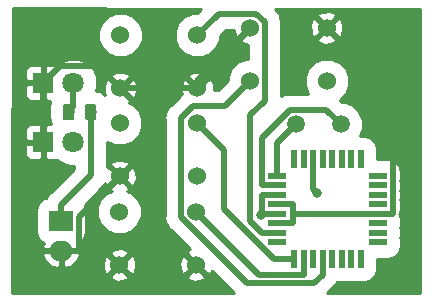
<source format=gbr>
G04 #@! TF.GenerationSoftware,KiCad,Pcbnew,(5.0.0)*
G04 #@! TF.CreationDate,2018-10-04T10:38:30-06:00*
G04 #@! TF.ProjectId,Medidor_lata,4D656469646F725F6C6174612E6B6963,rev?*
G04 #@! TF.SameCoordinates,Original*
G04 #@! TF.FileFunction,Copper,L2,Bot,Signal*
G04 #@! TF.FilePolarity,Positive*
%FSLAX46Y46*%
G04 Gerber Fmt 4.6, Leading zero omitted, Abs format (unit mm)*
G04 Created by KiCad (PCBNEW (5.0.0)) date 10/04/18 10:38:30*
%MOMM*%
%LPD*%
G01*
G04 APERTURE LIST*
G04 #@! TA.AperFunction,ComponentPad*
%ADD10R,1.800000X1.800000*%
G04 #@! TD*
G04 #@! TA.AperFunction,ComponentPad*
%ADD11C,1.800000*%
G04 #@! TD*
G04 #@! TA.AperFunction,Conductor*
%ADD12C,0.100000*%
G04 #@! TD*
G04 #@! TA.AperFunction,SMDPad,CuDef*
%ADD13C,0.975000*%
G04 #@! TD*
G04 #@! TA.AperFunction,ComponentPad*
%ADD14C,1.524000*%
G04 #@! TD*
G04 #@! TA.AperFunction,ComponentPad*
%ADD15R,2.000000X1.700000*%
G04 #@! TD*
G04 #@! TA.AperFunction,ComponentPad*
%ADD16O,2.000000X1.700000*%
G04 #@! TD*
G04 #@! TA.AperFunction,SMDPad,CuDef*
%ADD17R,1.600000X0.550000*%
G04 #@! TD*
G04 #@! TA.AperFunction,SMDPad,CuDef*
%ADD18R,0.550000X1.600000*%
G04 #@! TD*
G04 #@! TA.AperFunction,ComponentPad*
%ADD19C,1.500000*%
G04 #@! TD*
G04 #@! TA.AperFunction,ViaPad*
%ADD20C,0.800000*%
G04 #@! TD*
G04 #@! TA.AperFunction,Conductor*
%ADD21C,0.500000*%
G04 #@! TD*
G04 #@! TA.AperFunction,Conductor*
%ADD22C,0.254000*%
G04 #@! TD*
G04 APERTURE END LIST*
D10*
G04 #@! TO.P,D2,1*
G04 #@! TO.N,GND*
X131801000Y-89941400D03*
D11*
G04 #@! TO.P,D2,2*
G04 #@! TO.N,Net-(D2-Pad2)*
X134341000Y-89941400D03*
G04 #@! TD*
D12*
G04 #@! TO.N,Net-(D2-Pad2)*
G04 #@! TO.C,R3*
G36*
X134204142Y-91731774D02*
X134227803Y-91735284D01*
X134251007Y-91741096D01*
X134273529Y-91749154D01*
X134295153Y-91759382D01*
X134315670Y-91771679D01*
X134334883Y-91785929D01*
X134352607Y-91801993D01*
X134368671Y-91819717D01*
X134382921Y-91838930D01*
X134395218Y-91859447D01*
X134405446Y-91881071D01*
X134413504Y-91903593D01*
X134419316Y-91926797D01*
X134422826Y-91950458D01*
X134424000Y-91974350D01*
X134424000Y-92886850D01*
X134422826Y-92910742D01*
X134419316Y-92934403D01*
X134413504Y-92957607D01*
X134405446Y-92980129D01*
X134395218Y-93001753D01*
X134382921Y-93022270D01*
X134368671Y-93041483D01*
X134352607Y-93059207D01*
X134334883Y-93075271D01*
X134315670Y-93089521D01*
X134295153Y-93101818D01*
X134273529Y-93112046D01*
X134251007Y-93120104D01*
X134227803Y-93125916D01*
X134204142Y-93129426D01*
X134180250Y-93130600D01*
X133692750Y-93130600D01*
X133668858Y-93129426D01*
X133645197Y-93125916D01*
X133621993Y-93120104D01*
X133599471Y-93112046D01*
X133577847Y-93101818D01*
X133557330Y-93089521D01*
X133538117Y-93075271D01*
X133520393Y-93059207D01*
X133504329Y-93041483D01*
X133490079Y-93022270D01*
X133477782Y-93001753D01*
X133467554Y-92980129D01*
X133459496Y-92957607D01*
X133453684Y-92934403D01*
X133450174Y-92910742D01*
X133449000Y-92886850D01*
X133449000Y-91974350D01*
X133450174Y-91950458D01*
X133453684Y-91926797D01*
X133459496Y-91903593D01*
X133467554Y-91881071D01*
X133477782Y-91859447D01*
X133490079Y-91838930D01*
X133504329Y-91819717D01*
X133520393Y-91801993D01*
X133538117Y-91785929D01*
X133557330Y-91771679D01*
X133577847Y-91759382D01*
X133599471Y-91749154D01*
X133621993Y-91741096D01*
X133645197Y-91735284D01*
X133668858Y-91731774D01*
X133692750Y-91730600D01*
X134180250Y-91730600D01*
X134204142Y-91731774D01*
X134204142Y-91731774D01*
G37*
D13*
G04 #@! TD*
G04 #@! TO.P,R3,1*
G04 #@! TO.N,Net-(D2-Pad2)*
X133936500Y-92430600D03*
D12*
G04 #@! TO.N,+5V*
G04 #@! TO.C,R3*
G36*
X136079142Y-91731774D02*
X136102803Y-91735284D01*
X136126007Y-91741096D01*
X136148529Y-91749154D01*
X136170153Y-91759382D01*
X136190670Y-91771679D01*
X136209883Y-91785929D01*
X136227607Y-91801993D01*
X136243671Y-91819717D01*
X136257921Y-91838930D01*
X136270218Y-91859447D01*
X136280446Y-91881071D01*
X136288504Y-91903593D01*
X136294316Y-91926797D01*
X136297826Y-91950458D01*
X136299000Y-91974350D01*
X136299000Y-92886850D01*
X136297826Y-92910742D01*
X136294316Y-92934403D01*
X136288504Y-92957607D01*
X136280446Y-92980129D01*
X136270218Y-93001753D01*
X136257921Y-93022270D01*
X136243671Y-93041483D01*
X136227607Y-93059207D01*
X136209883Y-93075271D01*
X136190670Y-93089521D01*
X136170153Y-93101818D01*
X136148529Y-93112046D01*
X136126007Y-93120104D01*
X136102803Y-93125916D01*
X136079142Y-93129426D01*
X136055250Y-93130600D01*
X135567750Y-93130600D01*
X135543858Y-93129426D01*
X135520197Y-93125916D01*
X135496993Y-93120104D01*
X135474471Y-93112046D01*
X135452847Y-93101818D01*
X135432330Y-93089521D01*
X135413117Y-93075271D01*
X135395393Y-93059207D01*
X135379329Y-93041483D01*
X135365079Y-93022270D01*
X135352782Y-93001753D01*
X135342554Y-92980129D01*
X135334496Y-92957607D01*
X135328684Y-92934403D01*
X135325174Y-92910742D01*
X135324000Y-92886850D01*
X135324000Y-91974350D01*
X135325174Y-91950458D01*
X135328684Y-91926797D01*
X135334496Y-91903593D01*
X135342554Y-91881071D01*
X135352782Y-91859447D01*
X135365079Y-91838930D01*
X135379329Y-91819717D01*
X135395393Y-91801993D01*
X135413117Y-91785929D01*
X135432330Y-91771679D01*
X135452847Y-91759382D01*
X135474471Y-91749154D01*
X135496993Y-91741096D01*
X135520197Y-91735284D01*
X135543858Y-91731774D01*
X135567750Y-91730600D01*
X136055250Y-91730600D01*
X136079142Y-91731774D01*
X136079142Y-91731774D01*
G37*
D13*
G04 #@! TD*
G04 #@! TO.P,R3,2*
G04 #@! TO.N,+5V*
X135811500Y-92430600D03*
D14*
G04 #@! TO.P,Sw4,1*
G04 #@! TO.N,Net-(Sw4-Pad1)*
X138330000Y-85913400D03*
X144830000Y-85913400D03*
G04 #@! TO.P,Sw4,2*
G04 #@! TO.N,GND*
X144830000Y-90413400D03*
X138330000Y-90413400D03*
G04 #@! TD*
G04 #@! TO.P,Sw3,2*
G04 #@! TO.N,GND*
X138279000Y-97855600D03*
X144779000Y-97855600D03*
G04 #@! TO.P,Sw3,1*
G04 #@! TO.N,Net-(Sw3-Pad1)*
X144779000Y-93355600D03*
X138279000Y-93355600D03*
G04 #@! TD*
G04 #@! TO.P,Sw2,1*
G04 #@! TO.N,Net-(Sw2-Pad1)*
X138228000Y-100874000D03*
X144728000Y-100874000D03*
G04 #@! TO.P,Sw2,2*
G04 #@! TO.N,GND*
X144728000Y-105374000D03*
X138228000Y-105374000D03*
G04 #@! TD*
D10*
G04 #@! TO.P,D1,1*
G04 #@! TO.N,GND*
X131801000Y-94970600D03*
D11*
G04 #@! TO.P,D1,2*
G04 #@! TO.N,Net-(D1-Pad2)*
X134341000Y-94970600D03*
G04 #@! TD*
D15*
G04 #@! TO.P,J1,1*
G04 #@! TO.N,+5V*
X133299000Y-101651000D03*
D16*
G04 #@! TO.P,J1,2*
G04 #@! TO.N,GND*
X133299000Y-104151000D03*
G04 #@! TD*
D14*
G04 #@! TO.P,Sw1,1*
G04 #@! TO.N,Net-(R1-Pad2)*
X149302000Y-89803800D03*
X155802000Y-89803800D03*
G04 #@! TO.P,Sw1,2*
G04 #@! TO.N,GND*
X155802000Y-85303800D03*
X149302000Y-85303800D03*
G04 #@! TD*
D17*
G04 #@! TO.P,U1,1*
G04 #@! TO.N,Net-(U1-Pad1)*
X151604000Y-103435000D03*
G04 #@! TO.P,U1,2*
G04 #@! TO.N,Net-(Sw4-Pad1)*
X151604000Y-102635000D03*
G04 #@! TO.P,U1,3*
G04 #@! TO.N,GND*
X151604000Y-101835000D03*
G04 #@! TO.P,U1,4*
G04 #@! TO.N,+5V*
X151604000Y-101035000D03*
G04 #@! TO.P,U1,5*
G04 #@! TO.N,GND*
X151604000Y-100235000D03*
G04 #@! TO.P,U1,6*
G04 #@! TO.N,+5V*
X151604000Y-99435000D03*
G04 #@! TO.P,U1,7*
G04 #@! TO.N,Net-(C1-Pad2)*
X151604000Y-98635000D03*
G04 #@! TO.P,U1,8*
G04 #@! TO.N,Net-(C2-Pad2)*
X151604000Y-97835000D03*
D18*
G04 #@! TO.P,U1,9*
G04 #@! TO.N,Net-(U1-Pad9)*
X153054000Y-96385000D03*
G04 #@! TO.P,U1,10*
G04 #@! TO.N,Net-(U1-Pad10)*
X153854000Y-96385000D03*
G04 #@! TO.P,U1,11*
G04 #@! TO.N,Net-(R2-Pad2)*
X154654000Y-96385000D03*
G04 #@! TO.P,U1,12*
G04 #@! TO.N,Net-(U1-Pad12)*
X155454000Y-96385000D03*
G04 #@! TO.P,U1,13*
G04 #@! TO.N,Net-(U1-Pad13)*
X156254000Y-96385000D03*
G04 #@! TO.P,U1,14*
G04 #@! TO.N,Net-(U1-Pad14)*
X157054000Y-96385000D03*
G04 #@! TO.P,U1,15*
G04 #@! TO.N,Net-(U1-Pad15)*
X157854000Y-96385000D03*
G04 #@! TO.P,U1,16*
G04 #@! TO.N,Net-(U1-Pad16)*
X158654000Y-96385000D03*
D17*
G04 #@! TO.P,U1,17*
G04 #@! TO.N,Net-(U1-Pad17)*
X160104000Y-97835000D03*
G04 #@! TO.P,U1,18*
G04 #@! TO.N,Net-(U1-Pad18)*
X160104000Y-98635000D03*
G04 #@! TO.P,U1,19*
G04 #@! TO.N,Net-(U1-Pad19)*
X160104000Y-99435000D03*
G04 #@! TO.P,U1,20*
G04 #@! TO.N,Net-(U1-Pad20)*
X160104000Y-100235000D03*
G04 #@! TO.P,U1,21*
G04 #@! TO.N,GND*
X160104000Y-101035000D03*
G04 #@! TO.P,U1,22*
G04 #@! TO.N,Net-(U1-Pad22)*
X160104000Y-101835000D03*
G04 #@! TO.P,U1,23*
G04 #@! TO.N,Net-(U1-Pad23)*
X160104000Y-102635000D03*
G04 #@! TO.P,U1,24*
G04 #@! TO.N,Net-(U1-Pad24)*
X160104000Y-103435000D03*
D18*
G04 #@! TO.P,U1,25*
G04 #@! TO.N,Net-(U1-Pad25)*
X158654000Y-104885000D03*
G04 #@! TO.P,U1,26*
G04 #@! TO.N,Net-(U1-Pad26)*
X157854000Y-104885000D03*
G04 #@! TO.P,U1,27*
G04 #@! TO.N,Net-(U1-Pad27)*
X157054000Y-104885000D03*
G04 #@! TO.P,U1,28*
G04 #@! TO.N,Net-(U1-Pad28)*
X156254000Y-104885000D03*
G04 #@! TO.P,U1,29*
G04 #@! TO.N,Net-(R1-Pad2)*
X155454000Y-104885000D03*
G04 #@! TO.P,U1,30*
G04 #@! TO.N,Net-(U1-Pad30)*
X154654000Y-104885000D03*
G04 #@! TO.P,U1,31*
G04 #@! TO.N,Net-(Sw2-Pad1)*
X153854000Y-104885000D03*
G04 #@! TO.P,U1,32*
G04 #@! TO.N,Net-(Sw3-Pad1)*
X153054000Y-104885000D03*
G04 #@! TD*
D19*
G04 #@! TO.P,Y1,1*
G04 #@! TO.N,Net-(C1-Pad2)*
X156972000Y-93446600D03*
G04 #@! TO.P,Y1,2*
G04 #@! TO.N,Net-(C2-Pad2)*
X153172000Y-93446600D03*
G04 #@! TD*
D20*
G04 #@! TO.N,+5V*
X150201700Y-101182000D03*
G04 #@! TO.N,Net-(R2-Pad2)*
X155003600Y-99313700D03*
G04 #@! TD*
D21*
G04 #@! TO.N,+5V*
X150304200Y-101035000D02*
X150201700Y-101137500D01*
X150201700Y-101137500D02*
X150201700Y-101182000D01*
X150304000Y-99435000D02*
X150304000Y-101034800D01*
X150304000Y-101034800D02*
X150304200Y-101035000D01*
X133299000Y-100301000D02*
X135811500Y-97788500D01*
X135811500Y-97788500D02*
X135811500Y-92430600D01*
X151604000Y-101035000D02*
X150304200Y-101035000D01*
X151604000Y-99435000D02*
X150304000Y-99435000D01*
X133299000Y-101651000D02*
X133299000Y-100301000D01*
G04 #@! TO.N,GND*
X160104000Y-101035000D02*
X161404000Y-101035000D01*
X161404000Y-101035000D02*
X161404000Y-90905800D01*
X161404000Y-90905800D02*
X155802000Y-85303800D01*
X152943400Y-101035000D02*
X160104000Y-101035000D01*
X152943400Y-101035000D02*
X152943400Y-101795600D01*
X152943400Y-101795600D02*
X152904000Y-101835000D01*
X152904000Y-100235000D02*
X152943400Y-100274400D01*
X152943400Y-100274400D02*
X152943400Y-101035000D01*
X151604000Y-101835000D02*
X152904000Y-101835000D01*
X151604000Y-100235000D02*
X152904000Y-100235000D01*
X144830000Y-90413400D02*
X138330000Y-90413400D01*
X149302000Y-85303800D02*
X144830000Y-89775800D01*
X144830000Y-89775800D02*
X144830000Y-90413400D01*
X138279000Y-97855600D02*
X134799000Y-101335600D01*
X134799000Y-101335600D02*
X134799000Y-104151000D01*
X138228000Y-105374000D02*
X137005000Y-104151000D01*
X137005000Y-104151000D02*
X134799000Y-104151000D01*
X133299000Y-104151000D02*
X134799000Y-104151000D01*
X131801000Y-94970600D02*
X131801000Y-89941400D01*
X138330000Y-90413400D02*
X136454200Y-88537600D01*
X136454200Y-88537600D02*
X133204800Y-88537600D01*
X133204800Y-88537600D02*
X131801000Y-89941400D01*
G04 #@! TO.N,Net-(R1-Pad2)*
X155454000Y-104885000D02*
X155454000Y-106185000D01*
X155454000Y-106185000D02*
X154742800Y-106896200D01*
X154742800Y-106896200D02*
X149034300Y-106896200D01*
X149034300Y-106896200D02*
X143453600Y-101315500D01*
X143453600Y-101315500D02*
X143453600Y-92912500D01*
X143453600Y-92912500D02*
X144456100Y-91910000D01*
X144456100Y-91910000D02*
X147195800Y-91910000D01*
X147195800Y-91910000D02*
X149302000Y-89803800D01*
G04 #@! TO.N,Net-(C1-Pad2)*
X151604000Y-98635000D02*
X150304000Y-98635000D01*
X156972000Y-93446600D02*
X155761500Y-92236100D01*
X155761500Y-92236100D02*
X152665300Y-92236100D01*
X152665300Y-92236100D02*
X150304000Y-94597400D01*
X150304000Y-94597400D02*
X150304000Y-98635000D01*
G04 #@! TO.N,Net-(C2-Pad2)*
X153172000Y-93446600D02*
X151604000Y-95014600D01*
X151604000Y-95014600D02*
X151604000Y-97835000D01*
G04 #@! TO.N,Net-(R2-Pad2)*
X154654000Y-96385000D02*
X154654000Y-98964100D01*
X154654000Y-98964100D02*
X155003600Y-99313700D01*
G04 #@! TO.N,Net-(Sw2-Pad1)*
X153854000Y-104885000D02*
X153854000Y-106185000D01*
X153854000Y-106185000D02*
X150039000Y-106185000D01*
X150039000Y-106185000D02*
X144728000Y-100874000D01*
G04 #@! TO.N,Net-(Sw4-Pad1)*
X144830000Y-85913400D02*
X146658400Y-84085000D01*
X146658400Y-84085000D02*
X149844200Y-84085000D01*
X149844200Y-84085000D02*
X150531500Y-84772300D01*
X150531500Y-84772300D02*
X150531500Y-91518600D01*
X150531500Y-91518600D02*
X149335600Y-92714500D01*
X149335600Y-92714500D02*
X149335600Y-101666600D01*
X149335600Y-101666600D02*
X150304000Y-102635000D01*
X151604000Y-102635000D02*
X150304000Y-102635000D01*
G04 #@! TO.N,Net-(Sw3-Pad1)*
X153054000Y-104885000D02*
X151320500Y-104885000D01*
X151320500Y-104885000D02*
X147060900Y-100625400D01*
X147060900Y-100625400D02*
X147060900Y-95637500D01*
X147060900Y-95637500D02*
X144779000Y-93355600D01*
G04 #@! TO.N,Net-(D2-Pad2)*
X133936500Y-92430600D02*
X134341000Y-92026100D01*
X134341000Y-92026100D02*
X134341000Y-89941400D01*
G04 #@! TD*
D22*
G04 #@! TO.N,GND*
G36*
X163673000Y-83726634D02*
X163673000Y-107773000D01*
X155813371Y-107773000D01*
X156331781Y-107254590D01*
X156446762Y-107177762D01*
X156688440Y-106816066D01*
X156779000Y-106834079D01*
X157329000Y-106834079D01*
X157454000Y-106809215D01*
X157579000Y-106834079D01*
X158129000Y-106834079D01*
X158254000Y-106809215D01*
X158379000Y-106834079D01*
X158929000Y-106834079D01*
X159368733Y-106746611D01*
X159741522Y-106497522D01*
X159990611Y-106124733D01*
X160078079Y-105685000D01*
X160078079Y-104859079D01*
X160904000Y-104859079D01*
X161343733Y-104771611D01*
X161716522Y-104522522D01*
X161965611Y-104149733D01*
X162053079Y-103710000D01*
X162053079Y-103160000D01*
X162028215Y-103035000D01*
X162053079Y-102910000D01*
X162053079Y-102360000D01*
X162028215Y-102235000D01*
X162053079Y-102110000D01*
X162053079Y-101560000D01*
X161965611Y-101120267D01*
X161908638Y-101035000D01*
X161965611Y-100949733D01*
X162053079Y-100510000D01*
X162053079Y-99960000D01*
X162028215Y-99835000D01*
X162053079Y-99710000D01*
X162053079Y-99160000D01*
X162028215Y-99035000D01*
X162053079Y-98910000D01*
X162053079Y-98360000D01*
X162028215Y-98235000D01*
X162053079Y-98110000D01*
X162053079Y-97560000D01*
X161965611Y-97120267D01*
X161716522Y-96747478D01*
X161343733Y-96498389D01*
X160904000Y-96410921D01*
X160078079Y-96410921D01*
X160078079Y-95585000D01*
X159990611Y-95145267D01*
X159741522Y-94772478D01*
X159368733Y-94523389D01*
X158929000Y-94435921D01*
X158593860Y-94435921D01*
X158849000Y-93819959D01*
X158849000Y-93073241D01*
X158563244Y-92383365D01*
X158035235Y-91855356D01*
X157345359Y-91569600D01*
X157042371Y-91569600D01*
X156875011Y-91402239D01*
X157403417Y-90873833D01*
X157691000Y-90179546D01*
X157691000Y-89428054D01*
X157403417Y-88733767D01*
X156872033Y-88202383D01*
X156177746Y-87914800D01*
X155426254Y-87914800D01*
X154731967Y-88202383D01*
X154200583Y-88733767D01*
X153913000Y-89428054D01*
X153913000Y-90179546D01*
X154194480Y-90859100D01*
X152800921Y-90859100D01*
X152665299Y-90832123D01*
X152529677Y-90859100D01*
X152128021Y-90938994D01*
X151908500Y-91085673D01*
X151908500Y-86284013D01*
X155001392Y-86284013D01*
X155070857Y-86526197D01*
X155594302Y-86712944D01*
X156149368Y-86685162D01*
X156533143Y-86526197D01*
X156602608Y-86284013D01*
X155802000Y-85483405D01*
X155001392Y-86284013D01*
X151908500Y-86284013D01*
X151908500Y-85096102D01*
X154392856Y-85096102D01*
X154420638Y-85651168D01*
X154579603Y-86034943D01*
X154821787Y-86104408D01*
X155622395Y-85303800D01*
X155981605Y-85303800D01*
X156782213Y-86104408D01*
X157024397Y-86034943D01*
X157211144Y-85511498D01*
X157183362Y-84956432D01*
X157024397Y-84572657D01*
X156782213Y-84503192D01*
X155981605Y-85303800D01*
X155622395Y-85303800D01*
X154821787Y-84503192D01*
X154579603Y-84572657D01*
X154392856Y-85096102D01*
X151908500Y-85096102D01*
X151908500Y-84907923D01*
X151935477Y-84772300D01*
X151846223Y-84323587D01*
X155001392Y-84323587D01*
X155802000Y-85124195D01*
X156602608Y-84323587D01*
X156533143Y-84081403D01*
X156009698Y-83894656D01*
X155454632Y-83922438D01*
X155070857Y-84081403D01*
X155001392Y-84323587D01*
X151846223Y-84323587D01*
X151828606Y-84235021D01*
X151524261Y-83779538D01*
X151409283Y-83702712D01*
X151397830Y-83691259D01*
X163673000Y-83726634D01*
X163673000Y-83726634D01*
G37*
X163673000Y-83726634D02*
X163673000Y-107773000D01*
X155813371Y-107773000D01*
X156331781Y-107254590D01*
X156446762Y-107177762D01*
X156688440Y-106816066D01*
X156779000Y-106834079D01*
X157329000Y-106834079D01*
X157454000Y-106809215D01*
X157579000Y-106834079D01*
X158129000Y-106834079D01*
X158254000Y-106809215D01*
X158379000Y-106834079D01*
X158929000Y-106834079D01*
X159368733Y-106746611D01*
X159741522Y-106497522D01*
X159990611Y-106124733D01*
X160078079Y-105685000D01*
X160078079Y-104859079D01*
X160904000Y-104859079D01*
X161343733Y-104771611D01*
X161716522Y-104522522D01*
X161965611Y-104149733D01*
X162053079Y-103710000D01*
X162053079Y-103160000D01*
X162028215Y-103035000D01*
X162053079Y-102910000D01*
X162053079Y-102360000D01*
X162028215Y-102235000D01*
X162053079Y-102110000D01*
X162053079Y-101560000D01*
X161965611Y-101120267D01*
X161908638Y-101035000D01*
X161965611Y-100949733D01*
X162053079Y-100510000D01*
X162053079Y-99960000D01*
X162028215Y-99835000D01*
X162053079Y-99710000D01*
X162053079Y-99160000D01*
X162028215Y-99035000D01*
X162053079Y-98910000D01*
X162053079Y-98360000D01*
X162028215Y-98235000D01*
X162053079Y-98110000D01*
X162053079Y-97560000D01*
X161965611Y-97120267D01*
X161716522Y-96747478D01*
X161343733Y-96498389D01*
X160904000Y-96410921D01*
X160078079Y-96410921D01*
X160078079Y-95585000D01*
X159990611Y-95145267D01*
X159741522Y-94772478D01*
X159368733Y-94523389D01*
X158929000Y-94435921D01*
X158593860Y-94435921D01*
X158849000Y-93819959D01*
X158849000Y-93073241D01*
X158563244Y-92383365D01*
X158035235Y-91855356D01*
X157345359Y-91569600D01*
X157042371Y-91569600D01*
X156875011Y-91402239D01*
X157403417Y-90873833D01*
X157691000Y-90179546D01*
X157691000Y-89428054D01*
X157403417Y-88733767D01*
X156872033Y-88202383D01*
X156177746Y-87914800D01*
X155426254Y-87914800D01*
X154731967Y-88202383D01*
X154200583Y-88733767D01*
X153913000Y-89428054D01*
X153913000Y-90179546D01*
X154194480Y-90859100D01*
X152800921Y-90859100D01*
X152665299Y-90832123D01*
X152529677Y-90859100D01*
X152128021Y-90938994D01*
X151908500Y-91085673D01*
X151908500Y-86284013D01*
X155001392Y-86284013D01*
X155070857Y-86526197D01*
X155594302Y-86712944D01*
X156149368Y-86685162D01*
X156533143Y-86526197D01*
X156602608Y-86284013D01*
X155802000Y-85483405D01*
X155001392Y-86284013D01*
X151908500Y-86284013D01*
X151908500Y-85096102D01*
X154392856Y-85096102D01*
X154420638Y-85651168D01*
X154579603Y-86034943D01*
X154821787Y-86104408D01*
X155622395Y-85303800D01*
X155981605Y-85303800D01*
X156782213Y-86104408D01*
X157024397Y-86034943D01*
X157211144Y-85511498D01*
X157183362Y-84956432D01*
X157024397Y-84572657D01*
X156782213Y-84503192D01*
X155981605Y-85303800D01*
X155622395Y-85303800D01*
X154821787Y-84503192D01*
X154579603Y-84572657D01*
X154392856Y-85096102D01*
X151908500Y-85096102D01*
X151908500Y-84907923D01*
X151935477Y-84772300D01*
X151846223Y-84323587D01*
X155001392Y-84323587D01*
X155802000Y-85124195D01*
X156602608Y-84323587D01*
X156533143Y-84081403D01*
X156009698Y-83894656D01*
X155454632Y-83922438D01*
X155070857Y-84081403D01*
X155001392Y-84323587D01*
X151846223Y-84323587D01*
X151828606Y-84235021D01*
X151524261Y-83779538D01*
X151409283Y-83702712D01*
X151397830Y-83691259D01*
X163673000Y-83726634D01*
G36*
X145122852Y-83673176D02*
X144771628Y-84024400D01*
X144454254Y-84024400D01*
X143759967Y-84311983D01*
X143228583Y-84843367D01*
X142941000Y-85537654D01*
X142941000Y-86289146D01*
X143228583Y-86983433D01*
X143759967Y-87514817D01*
X144454254Y-87802400D01*
X145205746Y-87802400D01*
X145900033Y-87514817D01*
X146431417Y-86983433D01*
X146719000Y-86289146D01*
X146719000Y-85971772D01*
X147228772Y-85462000D01*
X147911170Y-85462000D01*
X147920638Y-85651168D01*
X148079603Y-86034943D01*
X148321787Y-86104408D01*
X148964195Y-85462000D01*
X149154500Y-85462000D01*
X149154500Y-85630905D01*
X148501392Y-86284013D01*
X148570857Y-86526197D01*
X149094302Y-86712944D01*
X149154500Y-86709931D01*
X149154500Y-87914800D01*
X148926254Y-87914800D01*
X148231967Y-88202383D01*
X147700583Y-88733767D01*
X147413000Y-89428054D01*
X147413000Y-89745428D01*
X146625429Y-90533000D01*
X146234735Y-90533000D01*
X146211362Y-90066032D01*
X146052397Y-89682257D01*
X145810213Y-89612792D01*
X145009605Y-90413400D01*
X145023748Y-90427543D01*
X144918290Y-90533000D01*
X144741710Y-90533000D01*
X144636253Y-90427543D01*
X144650395Y-90413400D01*
X143849787Y-89612792D01*
X143607603Y-89682257D01*
X143420856Y-90205702D01*
X143448638Y-90760768D01*
X143502587Y-90891013D01*
X143463338Y-90917238D01*
X143386512Y-91032216D01*
X142575816Y-91842913D01*
X142460839Y-91919738D01*
X142288794Y-92177222D01*
X142156494Y-92375222D01*
X142049623Y-92912500D01*
X142076601Y-93048128D01*
X142076600Y-101179877D01*
X142049623Y-101315500D01*
X142137485Y-101757213D01*
X142156494Y-101852778D01*
X142460838Y-102308261D01*
X142575816Y-102385087D01*
X144241144Y-104050416D01*
X143996857Y-104151603D01*
X143927392Y-104393787D01*
X144728000Y-105194395D01*
X144742143Y-105180253D01*
X144921748Y-105359858D01*
X144907605Y-105374000D01*
X145708213Y-106174608D01*
X145950397Y-106105143D01*
X146041240Y-105850512D01*
X147963728Y-107773000D01*
X129127522Y-107773000D01*
X129133336Y-106354213D01*
X137427392Y-106354213D01*
X137496857Y-106596397D01*
X138020302Y-106783144D01*
X138575368Y-106755362D01*
X138959143Y-106596397D01*
X139028608Y-106354213D01*
X143927392Y-106354213D01*
X143996857Y-106596397D01*
X144520302Y-106783144D01*
X145075368Y-106755362D01*
X145459143Y-106596397D01*
X145528608Y-106354213D01*
X144728000Y-105553605D01*
X143927392Y-106354213D01*
X139028608Y-106354213D01*
X138228000Y-105553605D01*
X137427392Y-106354213D01*
X129133336Y-106354213D01*
X129140903Y-104507890D01*
X131707524Y-104507890D01*
X131709447Y-104520260D01*
X131960336Y-105043045D01*
X132392188Y-105430024D01*
X132939258Y-105622284D01*
X133172000Y-105478231D01*
X133172000Y-104278000D01*
X133426000Y-104278000D01*
X133426000Y-105478231D01*
X133658742Y-105622284D01*
X134205812Y-105430024D01*
X134500114Y-105166302D01*
X136818856Y-105166302D01*
X136846638Y-105721368D01*
X137005603Y-106105143D01*
X137247787Y-106174608D01*
X138048395Y-105374000D01*
X138407605Y-105374000D01*
X139208213Y-106174608D01*
X139450397Y-106105143D01*
X139637144Y-105581698D01*
X139616353Y-105166302D01*
X143318856Y-105166302D01*
X143346638Y-105721368D01*
X143505603Y-106105143D01*
X143747787Y-106174608D01*
X144548395Y-105374000D01*
X143747787Y-104573392D01*
X143505603Y-104642857D01*
X143318856Y-105166302D01*
X139616353Y-105166302D01*
X139609362Y-105026632D01*
X139450397Y-104642857D01*
X139208213Y-104573392D01*
X138407605Y-105374000D01*
X138048395Y-105374000D01*
X137247787Y-104573392D01*
X137005603Y-104642857D01*
X136818856Y-105166302D01*
X134500114Y-105166302D01*
X134637664Y-105043045D01*
X134888553Y-104520260D01*
X134890476Y-104507890D01*
X134830260Y-104393787D01*
X137427392Y-104393787D01*
X138228000Y-105194395D01*
X139028608Y-104393787D01*
X138959143Y-104151603D01*
X138435698Y-103964856D01*
X137880632Y-103992638D01*
X137496857Y-104151603D01*
X137427392Y-104393787D01*
X134830260Y-104393787D01*
X134769155Y-104278000D01*
X133426000Y-104278000D01*
X133172000Y-104278000D01*
X131828845Y-104278000D01*
X131707524Y-104507890D01*
X129140903Y-104507890D01*
X129156095Y-100801000D01*
X131149921Y-100801000D01*
X131149921Y-102501000D01*
X131237389Y-102940733D01*
X131486478Y-103313522D01*
X131825452Y-103540017D01*
X131709447Y-103781740D01*
X131707524Y-103794110D01*
X131828845Y-104024000D01*
X133172000Y-104024000D01*
X133172000Y-104004000D01*
X133426000Y-104004000D01*
X133426000Y-104024000D01*
X134769155Y-104024000D01*
X134890476Y-103794110D01*
X134888553Y-103781740D01*
X134772548Y-103540017D01*
X135111522Y-103313522D01*
X135360611Y-102940733D01*
X135448079Y-102501000D01*
X135448079Y-100801000D01*
X135387860Y-100498254D01*
X136339000Y-100498254D01*
X136339000Y-101249746D01*
X136626583Y-101944033D01*
X137157967Y-102475417D01*
X137852254Y-102763000D01*
X138603746Y-102763000D01*
X139298033Y-102475417D01*
X139829417Y-101944033D01*
X140117000Y-101249746D01*
X140117000Y-100498254D01*
X139829417Y-99803967D01*
X139298033Y-99272583D01*
X138919202Y-99115666D01*
X139010143Y-99077997D01*
X139079608Y-98835813D01*
X138279000Y-98035205D01*
X137478392Y-98835813D01*
X137547857Y-99077997D01*
X137590774Y-99093308D01*
X137157967Y-99272583D01*
X136626583Y-99803967D01*
X136339000Y-100498254D01*
X135387860Y-100498254D01*
X135360611Y-100361267D01*
X135290714Y-100256658D01*
X136689286Y-98858086D01*
X136804261Y-98781262D01*
X136901991Y-98635000D01*
X137009775Y-98473690D01*
X137056603Y-98586743D01*
X137298787Y-98656208D01*
X138099395Y-97855600D01*
X138458605Y-97855600D01*
X139259213Y-98656208D01*
X139501397Y-98586743D01*
X139688144Y-98063298D01*
X139660362Y-97508232D01*
X139501397Y-97124457D01*
X139259213Y-97054992D01*
X138458605Y-97855600D01*
X138099395Y-97855600D01*
X137298787Y-97054992D01*
X137188500Y-97086625D01*
X137188500Y-96875387D01*
X137478392Y-96875387D01*
X138279000Y-97675995D01*
X139079608Y-96875387D01*
X139010143Y-96633203D01*
X138486698Y-96446456D01*
X137931632Y-96474238D01*
X137547857Y-96633203D01*
X137478392Y-96875387D01*
X137188500Y-96875387D01*
X137188500Y-94936550D01*
X137208967Y-94957017D01*
X137903254Y-95244600D01*
X138654746Y-95244600D01*
X139349033Y-94957017D01*
X139880417Y-94425633D01*
X140168000Y-93731346D01*
X140168000Y-92979854D01*
X139880417Y-92285567D01*
X139349033Y-91754183D01*
X139061364Y-91635027D01*
X139130608Y-91393613D01*
X138330000Y-90593005D01*
X138315858Y-90607148D01*
X138136253Y-90427543D01*
X138150395Y-90413400D01*
X138509605Y-90413400D01*
X139310213Y-91214008D01*
X139552397Y-91144543D01*
X139739144Y-90621098D01*
X139711362Y-90066032D01*
X139552397Y-89682257D01*
X139310213Y-89612792D01*
X138509605Y-90413400D01*
X138150395Y-90413400D01*
X137349787Y-89612792D01*
X137107603Y-89682257D01*
X136920856Y-90205702D01*
X136948638Y-90760768D01*
X137048656Y-91002233D01*
X137040129Y-90989471D01*
X136588263Y-90687544D01*
X136253525Y-90620960D01*
X136368000Y-90344595D01*
X136368000Y-89538205D01*
X136324501Y-89433187D01*
X137529392Y-89433187D01*
X138330000Y-90233795D01*
X139130608Y-89433187D01*
X144029392Y-89433187D01*
X144830000Y-90233795D01*
X145630608Y-89433187D01*
X145561143Y-89191003D01*
X145037698Y-89004256D01*
X144482632Y-89032038D01*
X144098857Y-89191003D01*
X144029392Y-89433187D01*
X139130608Y-89433187D01*
X139061143Y-89191003D01*
X138537698Y-89004256D01*
X137982632Y-89032038D01*
X137598857Y-89191003D01*
X137529392Y-89433187D01*
X136324501Y-89433187D01*
X136059407Y-88793197D01*
X135489203Y-88222993D01*
X134744195Y-87914400D01*
X133937805Y-87914400D01*
X133192797Y-88222993D01*
X132956060Y-88459730D01*
X132827309Y-88406400D01*
X132086750Y-88406400D01*
X131928000Y-88565150D01*
X131928000Y-89814400D01*
X131948000Y-89814400D01*
X131948000Y-90068400D01*
X131928000Y-90068400D01*
X131928000Y-91317650D01*
X132086750Y-91476400D01*
X132398970Y-91476400D01*
X132299921Y-91974350D01*
X132299921Y-92886850D01*
X132405944Y-93419863D01*
X132416459Y-93435600D01*
X132086750Y-93435600D01*
X131928000Y-93594350D01*
X131928000Y-94843600D01*
X131948000Y-94843600D01*
X131948000Y-95097600D01*
X131928000Y-95097600D01*
X131928000Y-96346850D01*
X132086750Y-96505600D01*
X132827309Y-96505600D01*
X132956060Y-96452270D01*
X133192797Y-96689007D01*
X133937805Y-96997600D01*
X134434500Y-96997600D01*
X134434500Y-97218128D01*
X132421216Y-99231413D01*
X132306239Y-99308238D01*
X132042506Y-99702941D01*
X131859267Y-99739389D01*
X131486478Y-99988478D01*
X131237389Y-100361267D01*
X131149921Y-100801000D01*
X129156095Y-100801000D01*
X129178819Y-95256350D01*
X130266000Y-95256350D01*
X130266000Y-95996910D01*
X130362673Y-96230299D01*
X130541302Y-96408927D01*
X130774691Y-96505600D01*
X131515250Y-96505600D01*
X131674000Y-96346850D01*
X131674000Y-95097600D01*
X130424750Y-95097600D01*
X130266000Y-95256350D01*
X129178819Y-95256350D01*
X129184196Y-93944290D01*
X130266000Y-93944290D01*
X130266000Y-94684850D01*
X130424750Y-94843600D01*
X131674000Y-94843600D01*
X131674000Y-93594350D01*
X131515250Y-93435600D01*
X130774691Y-93435600D01*
X130541302Y-93532273D01*
X130362673Y-93710901D01*
X130266000Y-93944290D01*
X129184196Y-93944290D01*
X129199430Y-90227150D01*
X130266000Y-90227150D01*
X130266000Y-90967710D01*
X130362673Y-91201099D01*
X130541302Y-91379727D01*
X130774691Y-91476400D01*
X131515250Y-91476400D01*
X131674000Y-91317650D01*
X131674000Y-90068400D01*
X130424750Y-90068400D01*
X130266000Y-90227150D01*
X129199430Y-90227150D01*
X129204807Y-88915090D01*
X130266000Y-88915090D01*
X130266000Y-89655650D01*
X130424750Y-89814400D01*
X131674000Y-89814400D01*
X131674000Y-88565150D01*
X131515250Y-88406400D01*
X130774691Y-88406400D01*
X130541302Y-88503073D01*
X130362673Y-88681701D01*
X130266000Y-88915090D01*
X129204807Y-88915090D01*
X129218649Y-85537654D01*
X136441000Y-85537654D01*
X136441000Y-86289146D01*
X136728583Y-86983433D01*
X137259967Y-87514817D01*
X137954254Y-87802400D01*
X138705746Y-87802400D01*
X139400033Y-87514817D01*
X139931417Y-86983433D01*
X140219000Y-86289146D01*
X140219000Y-85537654D01*
X139931417Y-84843367D01*
X139400033Y-84311983D01*
X138705746Y-84024400D01*
X137954254Y-84024400D01*
X137259967Y-84311983D01*
X136728583Y-84843367D01*
X136441000Y-85537654D01*
X129218649Y-85537654D01*
X129226479Y-83627365D01*
X145122852Y-83673176D01*
X145122852Y-83673176D01*
G37*
X145122852Y-83673176D02*
X144771628Y-84024400D01*
X144454254Y-84024400D01*
X143759967Y-84311983D01*
X143228583Y-84843367D01*
X142941000Y-85537654D01*
X142941000Y-86289146D01*
X143228583Y-86983433D01*
X143759967Y-87514817D01*
X144454254Y-87802400D01*
X145205746Y-87802400D01*
X145900033Y-87514817D01*
X146431417Y-86983433D01*
X146719000Y-86289146D01*
X146719000Y-85971772D01*
X147228772Y-85462000D01*
X147911170Y-85462000D01*
X147920638Y-85651168D01*
X148079603Y-86034943D01*
X148321787Y-86104408D01*
X148964195Y-85462000D01*
X149154500Y-85462000D01*
X149154500Y-85630905D01*
X148501392Y-86284013D01*
X148570857Y-86526197D01*
X149094302Y-86712944D01*
X149154500Y-86709931D01*
X149154500Y-87914800D01*
X148926254Y-87914800D01*
X148231967Y-88202383D01*
X147700583Y-88733767D01*
X147413000Y-89428054D01*
X147413000Y-89745428D01*
X146625429Y-90533000D01*
X146234735Y-90533000D01*
X146211362Y-90066032D01*
X146052397Y-89682257D01*
X145810213Y-89612792D01*
X145009605Y-90413400D01*
X145023748Y-90427543D01*
X144918290Y-90533000D01*
X144741710Y-90533000D01*
X144636253Y-90427543D01*
X144650395Y-90413400D01*
X143849787Y-89612792D01*
X143607603Y-89682257D01*
X143420856Y-90205702D01*
X143448638Y-90760768D01*
X143502587Y-90891013D01*
X143463338Y-90917238D01*
X143386512Y-91032216D01*
X142575816Y-91842913D01*
X142460839Y-91919738D01*
X142288794Y-92177222D01*
X142156494Y-92375222D01*
X142049623Y-92912500D01*
X142076601Y-93048128D01*
X142076600Y-101179877D01*
X142049623Y-101315500D01*
X142137485Y-101757213D01*
X142156494Y-101852778D01*
X142460838Y-102308261D01*
X142575816Y-102385087D01*
X144241144Y-104050416D01*
X143996857Y-104151603D01*
X143927392Y-104393787D01*
X144728000Y-105194395D01*
X144742143Y-105180253D01*
X144921748Y-105359858D01*
X144907605Y-105374000D01*
X145708213Y-106174608D01*
X145950397Y-106105143D01*
X146041240Y-105850512D01*
X147963728Y-107773000D01*
X129127522Y-107773000D01*
X129133336Y-106354213D01*
X137427392Y-106354213D01*
X137496857Y-106596397D01*
X138020302Y-106783144D01*
X138575368Y-106755362D01*
X138959143Y-106596397D01*
X139028608Y-106354213D01*
X143927392Y-106354213D01*
X143996857Y-106596397D01*
X144520302Y-106783144D01*
X145075368Y-106755362D01*
X145459143Y-106596397D01*
X145528608Y-106354213D01*
X144728000Y-105553605D01*
X143927392Y-106354213D01*
X139028608Y-106354213D01*
X138228000Y-105553605D01*
X137427392Y-106354213D01*
X129133336Y-106354213D01*
X129140903Y-104507890D01*
X131707524Y-104507890D01*
X131709447Y-104520260D01*
X131960336Y-105043045D01*
X132392188Y-105430024D01*
X132939258Y-105622284D01*
X133172000Y-105478231D01*
X133172000Y-104278000D01*
X133426000Y-104278000D01*
X133426000Y-105478231D01*
X133658742Y-105622284D01*
X134205812Y-105430024D01*
X134500114Y-105166302D01*
X136818856Y-105166302D01*
X136846638Y-105721368D01*
X137005603Y-106105143D01*
X137247787Y-106174608D01*
X138048395Y-105374000D01*
X138407605Y-105374000D01*
X139208213Y-106174608D01*
X139450397Y-106105143D01*
X139637144Y-105581698D01*
X139616353Y-105166302D01*
X143318856Y-105166302D01*
X143346638Y-105721368D01*
X143505603Y-106105143D01*
X143747787Y-106174608D01*
X144548395Y-105374000D01*
X143747787Y-104573392D01*
X143505603Y-104642857D01*
X143318856Y-105166302D01*
X139616353Y-105166302D01*
X139609362Y-105026632D01*
X139450397Y-104642857D01*
X139208213Y-104573392D01*
X138407605Y-105374000D01*
X138048395Y-105374000D01*
X137247787Y-104573392D01*
X137005603Y-104642857D01*
X136818856Y-105166302D01*
X134500114Y-105166302D01*
X134637664Y-105043045D01*
X134888553Y-104520260D01*
X134890476Y-104507890D01*
X134830260Y-104393787D01*
X137427392Y-104393787D01*
X138228000Y-105194395D01*
X139028608Y-104393787D01*
X138959143Y-104151603D01*
X138435698Y-103964856D01*
X137880632Y-103992638D01*
X137496857Y-104151603D01*
X137427392Y-104393787D01*
X134830260Y-104393787D01*
X134769155Y-104278000D01*
X133426000Y-104278000D01*
X133172000Y-104278000D01*
X131828845Y-104278000D01*
X131707524Y-104507890D01*
X129140903Y-104507890D01*
X129156095Y-100801000D01*
X131149921Y-100801000D01*
X131149921Y-102501000D01*
X131237389Y-102940733D01*
X131486478Y-103313522D01*
X131825452Y-103540017D01*
X131709447Y-103781740D01*
X131707524Y-103794110D01*
X131828845Y-104024000D01*
X133172000Y-104024000D01*
X133172000Y-104004000D01*
X133426000Y-104004000D01*
X133426000Y-104024000D01*
X134769155Y-104024000D01*
X134890476Y-103794110D01*
X134888553Y-103781740D01*
X134772548Y-103540017D01*
X135111522Y-103313522D01*
X135360611Y-102940733D01*
X135448079Y-102501000D01*
X135448079Y-100801000D01*
X135387860Y-100498254D01*
X136339000Y-100498254D01*
X136339000Y-101249746D01*
X136626583Y-101944033D01*
X137157967Y-102475417D01*
X137852254Y-102763000D01*
X138603746Y-102763000D01*
X139298033Y-102475417D01*
X139829417Y-101944033D01*
X140117000Y-101249746D01*
X140117000Y-100498254D01*
X139829417Y-99803967D01*
X139298033Y-99272583D01*
X138919202Y-99115666D01*
X139010143Y-99077997D01*
X139079608Y-98835813D01*
X138279000Y-98035205D01*
X137478392Y-98835813D01*
X137547857Y-99077997D01*
X137590774Y-99093308D01*
X137157967Y-99272583D01*
X136626583Y-99803967D01*
X136339000Y-100498254D01*
X135387860Y-100498254D01*
X135360611Y-100361267D01*
X135290714Y-100256658D01*
X136689286Y-98858086D01*
X136804261Y-98781262D01*
X136901991Y-98635000D01*
X137009775Y-98473690D01*
X137056603Y-98586743D01*
X137298787Y-98656208D01*
X138099395Y-97855600D01*
X138458605Y-97855600D01*
X139259213Y-98656208D01*
X139501397Y-98586743D01*
X139688144Y-98063298D01*
X139660362Y-97508232D01*
X139501397Y-97124457D01*
X139259213Y-97054992D01*
X138458605Y-97855600D01*
X138099395Y-97855600D01*
X137298787Y-97054992D01*
X137188500Y-97086625D01*
X137188500Y-96875387D01*
X137478392Y-96875387D01*
X138279000Y-97675995D01*
X139079608Y-96875387D01*
X139010143Y-96633203D01*
X138486698Y-96446456D01*
X137931632Y-96474238D01*
X137547857Y-96633203D01*
X137478392Y-96875387D01*
X137188500Y-96875387D01*
X137188500Y-94936550D01*
X137208967Y-94957017D01*
X137903254Y-95244600D01*
X138654746Y-95244600D01*
X139349033Y-94957017D01*
X139880417Y-94425633D01*
X140168000Y-93731346D01*
X140168000Y-92979854D01*
X139880417Y-92285567D01*
X139349033Y-91754183D01*
X139061364Y-91635027D01*
X139130608Y-91393613D01*
X138330000Y-90593005D01*
X138315858Y-90607148D01*
X138136253Y-90427543D01*
X138150395Y-90413400D01*
X138509605Y-90413400D01*
X139310213Y-91214008D01*
X139552397Y-91144543D01*
X139739144Y-90621098D01*
X139711362Y-90066032D01*
X139552397Y-89682257D01*
X139310213Y-89612792D01*
X138509605Y-90413400D01*
X138150395Y-90413400D01*
X137349787Y-89612792D01*
X137107603Y-89682257D01*
X136920856Y-90205702D01*
X136948638Y-90760768D01*
X137048656Y-91002233D01*
X137040129Y-90989471D01*
X136588263Y-90687544D01*
X136253525Y-90620960D01*
X136368000Y-90344595D01*
X136368000Y-89538205D01*
X136324501Y-89433187D01*
X137529392Y-89433187D01*
X138330000Y-90233795D01*
X139130608Y-89433187D01*
X144029392Y-89433187D01*
X144830000Y-90233795D01*
X145630608Y-89433187D01*
X145561143Y-89191003D01*
X145037698Y-89004256D01*
X144482632Y-89032038D01*
X144098857Y-89191003D01*
X144029392Y-89433187D01*
X139130608Y-89433187D01*
X139061143Y-89191003D01*
X138537698Y-89004256D01*
X137982632Y-89032038D01*
X137598857Y-89191003D01*
X137529392Y-89433187D01*
X136324501Y-89433187D01*
X136059407Y-88793197D01*
X135489203Y-88222993D01*
X134744195Y-87914400D01*
X133937805Y-87914400D01*
X133192797Y-88222993D01*
X132956060Y-88459730D01*
X132827309Y-88406400D01*
X132086750Y-88406400D01*
X131928000Y-88565150D01*
X131928000Y-89814400D01*
X131948000Y-89814400D01*
X131948000Y-90068400D01*
X131928000Y-90068400D01*
X131928000Y-91317650D01*
X132086750Y-91476400D01*
X132398970Y-91476400D01*
X132299921Y-91974350D01*
X132299921Y-92886850D01*
X132405944Y-93419863D01*
X132416459Y-93435600D01*
X132086750Y-93435600D01*
X131928000Y-93594350D01*
X131928000Y-94843600D01*
X131948000Y-94843600D01*
X131948000Y-95097600D01*
X131928000Y-95097600D01*
X131928000Y-96346850D01*
X132086750Y-96505600D01*
X132827309Y-96505600D01*
X132956060Y-96452270D01*
X133192797Y-96689007D01*
X133937805Y-96997600D01*
X134434500Y-96997600D01*
X134434500Y-97218128D01*
X132421216Y-99231413D01*
X132306239Y-99308238D01*
X132042506Y-99702941D01*
X131859267Y-99739389D01*
X131486478Y-99988478D01*
X131237389Y-100361267D01*
X131149921Y-100801000D01*
X129156095Y-100801000D01*
X129178819Y-95256350D01*
X130266000Y-95256350D01*
X130266000Y-95996910D01*
X130362673Y-96230299D01*
X130541302Y-96408927D01*
X130774691Y-96505600D01*
X131515250Y-96505600D01*
X131674000Y-96346850D01*
X131674000Y-95097600D01*
X130424750Y-95097600D01*
X130266000Y-95256350D01*
X129178819Y-95256350D01*
X129184196Y-93944290D01*
X130266000Y-93944290D01*
X130266000Y-94684850D01*
X130424750Y-94843600D01*
X131674000Y-94843600D01*
X131674000Y-93594350D01*
X131515250Y-93435600D01*
X130774691Y-93435600D01*
X130541302Y-93532273D01*
X130362673Y-93710901D01*
X130266000Y-93944290D01*
X129184196Y-93944290D01*
X129199430Y-90227150D01*
X130266000Y-90227150D01*
X130266000Y-90967710D01*
X130362673Y-91201099D01*
X130541302Y-91379727D01*
X130774691Y-91476400D01*
X131515250Y-91476400D01*
X131674000Y-91317650D01*
X131674000Y-90068400D01*
X130424750Y-90068400D01*
X130266000Y-90227150D01*
X129199430Y-90227150D01*
X129204807Y-88915090D01*
X130266000Y-88915090D01*
X130266000Y-89655650D01*
X130424750Y-89814400D01*
X131674000Y-89814400D01*
X131674000Y-88565150D01*
X131515250Y-88406400D01*
X130774691Y-88406400D01*
X130541302Y-88503073D01*
X130362673Y-88681701D01*
X130266000Y-88915090D01*
X129204807Y-88915090D01*
X129218649Y-85537654D01*
X136441000Y-85537654D01*
X136441000Y-86289146D01*
X136728583Y-86983433D01*
X137259967Y-87514817D01*
X137954254Y-87802400D01*
X138705746Y-87802400D01*
X139400033Y-87514817D01*
X139931417Y-86983433D01*
X140219000Y-86289146D01*
X140219000Y-85537654D01*
X139931417Y-84843367D01*
X139400033Y-84311983D01*
X138705746Y-84024400D01*
X137954254Y-84024400D01*
X137259967Y-84311983D01*
X136728583Y-84843367D01*
X136441000Y-85537654D01*
X129218649Y-85537654D01*
X129226479Y-83627365D01*
X145122852Y-83673176D01*
G36*
X144972748Y-97841458D02*
X144958605Y-97855600D01*
X144972748Y-97869743D01*
X144830600Y-98011890D01*
X144830600Y-97699310D01*
X144972748Y-97841458D01*
X144972748Y-97841458D01*
G37*
X144972748Y-97841458D02*
X144958605Y-97855600D01*
X144972748Y-97869743D01*
X144830600Y-98011890D01*
X144830600Y-97699310D01*
X144972748Y-97841458D01*
G04 #@! TD*
M02*

</source>
